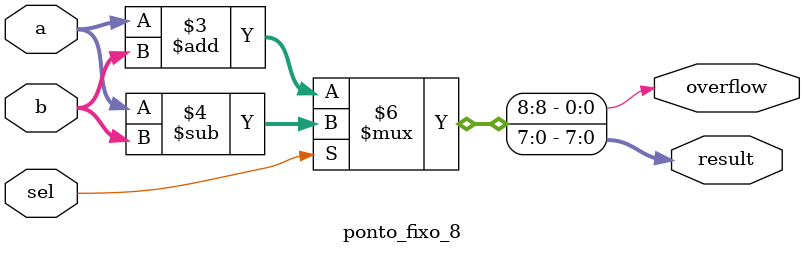
<source format=v>
module ponto_fixo_8(
    input  [7:0] a,         // Operando A (Q4.4)
    input  [7:0] b,         // Operando B (Q4.4)
    input        sel,       // 0 = soma, 1 = subtração
    output reg [7:0] result,// Resultado (Q4.4)
    output reg overflow     // Bit de overflow (soma/subtração)
);
// Bloco combinacional descrevendo o comportamento do circuito
always @(*) begin
    if (!sel)
        {overflow, result} = a + b; // Soma com captura de carry em overflow
    else
        {overflow, result} = a - b; // Subtração com captura de borrow em overflow
end
endmodule

</source>
